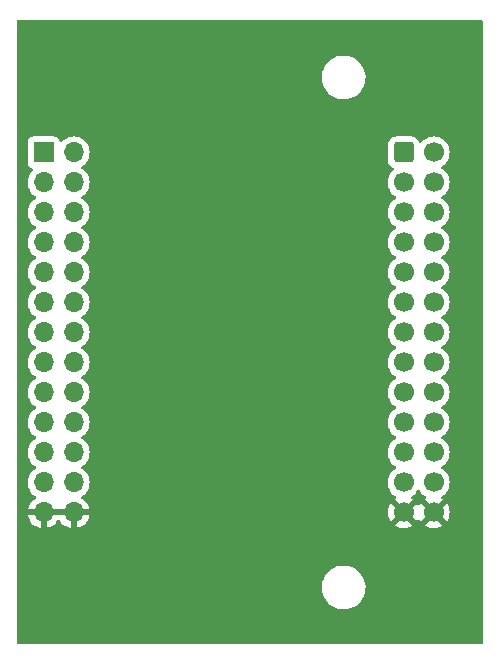
<source format=gbr>
%TF.GenerationSoftware,KiCad,Pcbnew,7.0.2-0*%
%TF.CreationDate,2023-06-06T17:10:40+02:00*%
%TF.ProjectId,SCAN2000_driver,5343414e-3230-4303-905f-647269766572,1.0*%
%TF.SameCoordinates,Original*%
%TF.FileFunction,Copper,L2,Bot*%
%TF.FilePolarity,Positive*%
%FSLAX46Y46*%
G04 Gerber Fmt 4.6, Leading zero omitted, Abs format (unit mm)*
G04 Created by KiCad (PCBNEW 7.0.2-0) date 2023-06-06 17:10:40*
%MOMM*%
%LPD*%
G01*
G04 APERTURE LIST*
G04 Aperture macros list*
%AMRoundRect*
0 Rectangle with rounded corners*
0 $1 Rounding radius*
0 $2 $3 $4 $5 $6 $7 $8 $9 X,Y pos of 4 corners*
0 Add a 4 corners polygon primitive as box body*
4,1,4,$2,$3,$4,$5,$6,$7,$8,$9,$2,$3,0*
0 Add four circle primitives for the rounded corners*
1,1,$1+$1,$2,$3*
1,1,$1+$1,$4,$5*
1,1,$1+$1,$6,$7*
1,1,$1+$1,$8,$9*
0 Add four rect primitives between the rounded corners*
20,1,$1+$1,$2,$3,$4,$5,0*
20,1,$1+$1,$4,$5,$6,$7,0*
20,1,$1+$1,$6,$7,$8,$9,0*
20,1,$1+$1,$8,$9,$2,$3,0*%
G04 Aperture macros list end*
%TA.AperFunction,ComponentPad*%
%ADD10RoundRect,0.250000X-0.600000X-0.600000X0.600000X-0.600000X0.600000X0.600000X-0.600000X0.600000X0*%
%TD*%
%TA.AperFunction,ComponentPad*%
%ADD11C,1.700000*%
%TD*%
%TA.AperFunction,ComponentPad*%
%ADD12R,1.700000X1.700000*%
%TD*%
%TA.AperFunction,ComponentPad*%
%ADD13O,1.700000X1.700000*%
%TD*%
%TA.AperFunction,ViaPad*%
%ADD14C,0.800000*%
%TD*%
G04 APERTURE END LIST*
D10*
%TO.P,J1,1,Pin_1*%
%TO.N,Net-(J1-Pin_1)*%
X109220000Y-54610000D03*
D11*
%TO.P,J1,2,Pin_2*%
%TO.N,Net-(J1-Pin_2)*%
X111760000Y-54610000D03*
%TO.P,J1,3,Pin_3*%
%TO.N,Net-(J1-Pin_3)*%
X109220000Y-57150000D03*
%TO.P,J1,4,Pin_4*%
%TO.N,Net-(J1-Pin_4)*%
X111760000Y-57150000D03*
%TO.P,J1,5,Pin_5*%
%TO.N,Net-(J1-Pin_5)*%
X109220000Y-59690000D03*
%TO.P,J1,6,Pin_6*%
%TO.N,Net-(J1-Pin_6)*%
X111760000Y-59690000D03*
%TO.P,J1,7,Pin_7*%
%TO.N,Net-(J1-Pin_7)*%
X109220000Y-62230000D03*
%TO.P,J1,8,Pin_8*%
%TO.N,Net-(J1-Pin_8)*%
X111760000Y-62230000D03*
%TO.P,J1,9,Pin_9*%
%TO.N,Net-(J1-Pin_9)*%
X109220000Y-64770000D03*
%TO.P,J1,10,Pin_10*%
%TO.N,Net-(J1-Pin_10)*%
X111760000Y-64770000D03*
%TO.P,J1,11,Pin_11*%
%TO.N,Net-(J1-Pin_11)*%
X109220000Y-67310000D03*
%TO.P,J1,12,Pin_12*%
%TO.N,Net-(J1-Pin_12)*%
X111760000Y-67310000D03*
%TO.P,J1,13,Pin_13*%
%TO.N,Net-(J1-Pin_13)*%
X109220000Y-69850000D03*
%TO.P,J1,14,Pin_14*%
%TO.N,Net-(J1-Pin_14)*%
X111760000Y-69850000D03*
%TO.P,J1,15,Pin_15*%
%TO.N,Net-(J1-Pin_15)*%
X109220000Y-72390000D03*
%TO.P,J1,16,Pin_16*%
%TO.N,Net-(J1-Pin_16)*%
X111760000Y-72390000D03*
%TO.P,J1,17,Pin_17*%
%TO.N,Net-(J1-Pin_17)*%
X109220000Y-74930000D03*
%TO.P,J1,18,Pin_18*%
%TO.N,Net-(J1-Pin_18)*%
X111760000Y-74930000D03*
%TO.P,J1,19,Pin_19*%
%TO.N,Net-(J1-Pin_19)*%
X109220000Y-77470000D03*
%TO.P,J1,20,Pin_20*%
%TO.N,Net-(J1-Pin_20)*%
X111760000Y-77470000D03*
%TO.P,J1,21,Pin_21*%
%TO.N,Net-(J1-Pin_21)*%
X109220000Y-80010000D03*
%TO.P,J1,22,Pin_22*%
%TO.N,Net-(J1-Pin_22)*%
X111760000Y-80010000D03*
%TO.P,J1,23,Pin_23*%
%TO.N,+3.3V*%
X109220000Y-82550000D03*
%TO.P,J1,24,Pin_24*%
X111760000Y-82550000D03*
%TO.P,J1,25,Pin_25*%
%TO.N,GND*%
X109220000Y-85090000D03*
%TO.P,J1,26,Pin_26*%
X111760000Y-85090000D03*
%TD*%
D12*
%TO.P,J2,1,Pin_1*%
%TO.N,Net-(J2-Pin_1)*%
X78740000Y-54610000D03*
D13*
%TO.P,J2,2,Pin_2*%
%TO.N,Net-(J2-Pin_2)*%
X81280000Y-54610000D03*
%TO.P,J2,3,Pin_3*%
%TO.N,Net-(J2-Pin_3)*%
X78740000Y-57150000D03*
%TO.P,J2,4,Pin_4*%
%TO.N,Net-(J2-Pin_4)*%
X81280000Y-57150000D03*
%TO.P,J2,5,Pin_5*%
%TO.N,Net-(J2-Pin_5)*%
X78740000Y-59690000D03*
%TO.P,J2,6,Pin_6*%
%TO.N,Net-(J2-Pin_6)*%
X81280000Y-59690000D03*
%TO.P,J2,7,Pin_7*%
%TO.N,Net-(J2-Pin_7)*%
X78740000Y-62230000D03*
%TO.P,J2,8,Pin_8*%
%TO.N,Net-(J2-Pin_8)*%
X81280000Y-62230000D03*
%TO.P,J2,9,Pin_9*%
%TO.N,Net-(J2-Pin_9)*%
X78740000Y-64770000D03*
%TO.P,J2,10,Pin_10*%
%TO.N,Net-(J2-Pin_10)*%
X81280000Y-64770000D03*
%TO.P,J2,11,Pin_11*%
%TO.N,Net-(J2-Pin_11)*%
X78740000Y-67310000D03*
%TO.P,J2,12,Pin_12*%
%TO.N,Net-(J2-Pin_12)*%
X81280000Y-67310000D03*
%TO.P,J2,13,Pin_13*%
%TO.N,Net-(J2-Pin_13)*%
X78740000Y-69850000D03*
%TO.P,J2,14,Pin_14*%
%TO.N,Net-(J2-Pin_14)*%
X81280000Y-69850000D03*
%TO.P,J2,15,Pin_15*%
%TO.N,Net-(J2-Pin_15)*%
X78740000Y-72390000D03*
%TO.P,J2,16,Pin_16*%
%TO.N,Net-(J2-Pin_16)*%
X81280000Y-72390000D03*
%TO.P,J2,17,Pin_17*%
%TO.N,Net-(J2-Pin_17)*%
X78740000Y-74930000D03*
%TO.P,J2,18,Pin_18*%
%TO.N,Net-(J2-Pin_18)*%
X81280000Y-74930000D03*
%TO.P,J2,19,Pin_19*%
%TO.N,Net-(J2-Pin_19)*%
X78740000Y-77470000D03*
%TO.P,J2,20,Pin_20*%
%TO.N,Net-(J2-Pin_20)*%
X81280000Y-77470000D03*
%TO.P,J2,21,Pin_21*%
%TO.N,Net-(J2-Pin_21)*%
X78740000Y-80010000D03*
%TO.P,J2,22,Pin_22*%
%TO.N,Net-(J2-Pin_22)*%
X81280000Y-80010000D03*
%TO.P,J2,23,Pin_23*%
%TO.N,Net-(J2-Pin_23)*%
X78740000Y-82550000D03*
%TO.P,J2,24,Pin_24*%
X81280000Y-82550000D03*
%TO.P,J2,25,Pin_25*%
%TO.N,GND*%
X78740000Y-85090000D03*
%TO.P,J2,26,Pin_26*%
X81280000Y-85090000D03*
%TD*%
D14*
%TO.N,GND*%
X103998286Y-79205431D03*
X99187000Y-77216000D03*
X100571878Y-55130122D03*
X100711000Y-79502000D03*
X99314000Y-61214000D03*
X100584000Y-70612000D03*
X100457000Y-62230000D03*
X99187000Y-76200000D03*
X99314000Y-59944000D03*
%TD*%
%TA.AperFunction,Conductor*%
%TO.N,GND*%
G36*
X110574854Y-83216545D02*
G01*
X110591572Y-83235838D01*
X110721505Y-83421401D01*
X110888599Y-83588495D01*
X111074596Y-83718732D01*
X111118219Y-83773307D01*
X111125412Y-83842806D01*
X111093890Y-83905160D01*
X111074594Y-83921881D01*
X110998626Y-83975073D01*
X111627466Y-84603913D01*
X111617685Y-84605320D01*
X111486900Y-84665048D01*
X111378239Y-84759202D01*
X111300507Y-84880156D01*
X111276923Y-84960475D01*
X110645073Y-84328625D01*
X110645071Y-84328626D01*
X110591574Y-84405030D01*
X110536998Y-84448655D01*
X110467499Y-84455849D01*
X110405144Y-84424326D01*
X110388424Y-84405030D01*
X110334925Y-84328626D01*
X110334925Y-84328625D01*
X109703076Y-84960475D01*
X109679493Y-84880156D01*
X109601761Y-84759202D01*
X109493100Y-84665048D01*
X109362315Y-84605320D01*
X109352533Y-84603913D01*
X109981373Y-83975073D01*
X109981373Y-83975072D01*
X109905405Y-83921880D01*
X109861780Y-83867304D01*
X109854586Y-83797805D01*
X109886108Y-83735451D01*
X109905399Y-83718734D01*
X110091401Y-83588495D01*
X110258495Y-83421401D01*
X110388427Y-83235838D01*
X110443001Y-83192216D01*
X110512499Y-83185022D01*
X110574854Y-83216545D01*
G37*
%TD.AperFunction*%
%TA.AperFunction,Conductor*%
G36*
X80820507Y-84880156D02*
G01*
X80780000Y-85018111D01*
X80780000Y-85161889D01*
X80820507Y-85299844D01*
X80846314Y-85340000D01*
X79173686Y-85340000D01*
X79199493Y-85299844D01*
X79240000Y-85161889D01*
X79240000Y-85018111D01*
X79199493Y-84880156D01*
X79173686Y-84840000D01*
X80846314Y-84840000D01*
X80820507Y-84880156D01*
G37*
%TD.AperFunction*%
%TA.AperFunction,Conductor*%
G36*
X115897539Y-43450185D02*
G01*
X115943294Y-43502989D01*
X115954500Y-43554500D01*
X115954500Y-96145500D01*
X115934815Y-96212539D01*
X115882011Y-96258294D01*
X115830500Y-96269500D01*
X76574500Y-96269500D01*
X76507461Y-96249815D01*
X76461706Y-96197011D01*
X76450500Y-96145500D01*
X76450500Y-91507764D01*
X102285787Y-91507764D01*
X102315413Y-91777016D01*
X102383928Y-92039087D01*
X102489871Y-92288392D01*
X102630982Y-92519611D01*
X102720253Y-92626881D01*
X102804255Y-92727820D01*
X103005998Y-92908582D01*
X103231910Y-93058044D01*
X103338211Y-93107876D01*
X103477177Y-93173021D01*
X103736562Y-93251058D01*
X103736569Y-93251060D01*
X104004561Y-93290500D01*
X104004564Y-93290500D01*
X104205369Y-93290500D01*
X104207631Y-93290500D01*
X104410156Y-93275677D01*
X104674553Y-93216780D01*
X104927558Y-93120014D01*
X105163777Y-92987441D01*
X105378177Y-92821888D01*
X105566186Y-92626881D01*
X105723799Y-92406579D01*
X105847656Y-92165675D01*
X105935118Y-91909305D01*
X105984319Y-91642933D01*
X105994212Y-91372235D01*
X105964586Y-91102982D01*
X105896072Y-90840912D01*
X105790130Y-90591610D01*
X105649018Y-90360390D01*
X105649017Y-90360388D01*
X105475746Y-90152181D01*
X105370759Y-90058112D01*
X105274002Y-89971418D01*
X105048090Y-89821956D01*
X105048086Y-89821954D01*
X104802822Y-89706978D01*
X104543437Y-89628941D01*
X104543431Y-89628940D01*
X104275439Y-89589500D01*
X104072369Y-89589500D01*
X104070120Y-89589664D01*
X104070109Y-89589665D01*
X103869843Y-89604322D01*
X103605449Y-89663219D01*
X103352441Y-89759986D01*
X103116223Y-89892559D01*
X102901825Y-90058109D01*
X102713813Y-90253120D01*
X102556201Y-90473420D01*
X102432342Y-90714329D01*
X102344881Y-90970695D01*
X102295680Y-91237066D01*
X102285787Y-91507764D01*
X76450500Y-91507764D01*
X76450500Y-82549999D01*
X77384340Y-82549999D01*
X77404936Y-82785407D01*
X77449709Y-82952501D01*
X77466097Y-83013663D01*
X77565965Y-83227830D01*
X77701505Y-83421401D01*
X77868599Y-83588495D01*
X78054596Y-83718732D01*
X78098219Y-83773307D01*
X78105412Y-83842806D01*
X78073890Y-83905160D01*
X78054595Y-83921880D01*
X77868919Y-84051892D01*
X77701890Y-84218921D01*
X77566400Y-84412421D01*
X77466569Y-84626507D01*
X77409364Y-84839999D01*
X77409364Y-84840000D01*
X78306314Y-84840000D01*
X78280507Y-84880156D01*
X78240000Y-85018111D01*
X78240000Y-85161889D01*
X78280507Y-85299844D01*
X78306314Y-85340000D01*
X77409364Y-85340000D01*
X77466569Y-85553492D01*
X77566399Y-85767576D01*
X77701893Y-85961081D01*
X77868918Y-86128106D01*
X78062423Y-86263600D01*
X78276509Y-86363430D01*
X78490000Y-86420634D01*
X78490000Y-85525501D01*
X78597685Y-85574680D01*
X78704237Y-85590000D01*
X78775763Y-85590000D01*
X78882315Y-85574680D01*
X78990000Y-85525501D01*
X78990000Y-86420633D01*
X79203490Y-86363430D01*
X79417576Y-86263600D01*
X79611081Y-86128106D01*
X79778106Y-85961081D01*
X79908425Y-85774968D01*
X79963002Y-85731344D01*
X80032501Y-85724151D01*
X80094855Y-85755673D01*
X80111575Y-85774968D01*
X80241893Y-85961081D01*
X80408918Y-86128106D01*
X80602423Y-86263600D01*
X80816509Y-86363430D01*
X81030000Y-86420634D01*
X81030000Y-85525501D01*
X81137685Y-85574680D01*
X81244237Y-85590000D01*
X81315763Y-85590000D01*
X81422315Y-85574680D01*
X81530000Y-85525501D01*
X81530000Y-86420633D01*
X81743490Y-86363430D01*
X81957576Y-86263600D01*
X82151081Y-86128106D01*
X82318106Y-85961081D01*
X82453600Y-85767576D01*
X82553430Y-85553492D01*
X82610636Y-85340000D01*
X81713686Y-85340000D01*
X81739493Y-85299844D01*
X81780000Y-85161889D01*
X81780000Y-85018111D01*
X81739493Y-84880156D01*
X81713686Y-84840000D01*
X82610636Y-84840000D01*
X82610635Y-84839999D01*
X82553430Y-84626507D01*
X82453599Y-84412421D01*
X82318109Y-84218921D01*
X82151081Y-84051893D01*
X81965404Y-83921880D01*
X81921780Y-83867303D01*
X81914587Y-83797804D01*
X81946109Y-83735450D01*
X81965399Y-83718734D01*
X82151401Y-83588495D01*
X82318495Y-83421401D01*
X82454035Y-83227830D01*
X82553903Y-83013663D01*
X82615063Y-82785408D01*
X82635659Y-82550000D01*
X107864340Y-82550000D01*
X107884936Y-82785407D01*
X107929709Y-82952501D01*
X107946097Y-83013663D01*
X108045965Y-83227830D01*
X108181505Y-83421401D01*
X108348599Y-83588495D01*
X108534596Y-83718732D01*
X108578219Y-83773307D01*
X108585412Y-83842806D01*
X108553890Y-83905160D01*
X108534594Y-83921881D01*
X108458626Y-83975073D01*
X109087466Y-84603913D01*
X109077685Y-84605320D01*
X108946900Y-84665048D01*
X108838239Y-84759202D01*
X108760507Y-84880156D01*
X108736923Y-84960476D01*
X108105072Y-84328625D01*
X108046399Y-84412422D01*
X107946569Y-84626507D01*
X107885430Y-84854681D01*
X107864842Y-85090000D01*
X107885430Y-85325318D01*
X107946569Y-85553492D01*
X108046400Y-85767580D01*
X108105073Y-85851373D01*
X108736923Y-85219523D01*
X108760507Y-85299844D01*
X108838239Y-85420798D01*
X108946900Y-85514952D01*
X109077685Y-85574680D01*
X109087466Y-85576086D01*
X108458625Y-86204925D01*
X108542420Y-86263599D01*
X108756507Y-86363430D01*
X108984681Y-86424569D01*
X109219999Y-86445157D01*
X109455318Y-86424569D01*
X109683492Y-86363430D01*
X109897576Y-86263600D01*
X109981373Y-86204925D01*
X109352533Y-85576086D01*
X109362315Y-85574680D01*
X109493100Y-85514952D01*
X109601761Y-85420798D01*
X109679493Y-85299844D01*
X109703076Y-85219524D01*
X110334925Y-85851373D01*
X110388424Y-85774969D01*
X110443001Y-85731344D01*
X110512499Y-85724150D01*
X110574854Y-85755673D01*
X110591574Y-85774969D01*
X110645072Y-85851373D01*
X110645073Y-85851373D01*
X111276923Y-85219523D01*
X111300507Y-85299844D01*
X111378239Y-85420798D01*
X111486900Y-85514952D01*
X111617685Y-85574680D01*
X111627466Y-85576086D01*
X110998625Y-86204925D01*
X111082420Y-86263599D01*
X111296507Y-86363430D01*
X111524681Y-86424569D01*
X111760000Y-86445157D01*
X111995318Y-86424569D01*
X112223492Y-86363430D01*
X112437576Y-86263600D01*
X112521373Y-86204925D01*
X111892533Y-85576086D01*
X111902315Y-85574680D01*
X112033100Y-85514952D01*
X112141761Y-85420798D01*
X112219493Y-85299844D01*
X112243076Y-85219524D01*
X112874925Y-85851373D01*
X112933600Y-85767576D01*
X113033430Y-85553492D01*
X113094569Y-85325318D01*
X113115157Y-85090000D01*
X113094569Y-84854681D01*
X113033430Y-84626507D01*
X112933599Y-84412421D01*
X112874926Y-84328626D01*
X112874925Y-84328625D01*
X112243076Y-84960474D01*
X112219493Y-84880156D01*
X112141761Y-84759202D01*
X112033100Y-84665048D01*
X111902315Y-84605320D01*
X111892533Y-84603913D01*
X112521373Y-83975073D01*
X112521373Y-83975072D01*
X112445405Y-83921880D01*
X112401780Y-83867304D01*
X112394586Y-83797805D01*
X112426108Y-83735451D01*
X112445399Y-83718734D01*
X112631401Y-83588495D01*
X112798495Y-83421401D01*
X112934035Y-83227830D01*
X113033903Y-83013663D01*
X113095063Y-82785408D01*
X113115659Y-82550000D01*
X113095063Y-82314592D01*
X113033903Y-82086337D01*
X112934035Y-81872171D01*
X112798495Y-81678599D01*
X112631401Y-81511505D01*
X112445839Y-81381573D01*
X112402216Y-81326998D01*
X112395022Y-81257500D01*
X112426545Y-81195145D01*
X112445837Y-81178428D01*
X112631401Y-81048495D01*
X112798495Y-80881401D01*
X112934035Y-80687830D01*
X113033903Y-80473663D01*
X113095063Y-80245408D01*
X113115659Y-80010000D01*
X113095063Y-79774592D01*
X113033903Y-79546337D01*
X112934035Y-79332171D01*
X112798495Y-79138599D01*
X112631401Y-78971505D01*
X112445839Y-78841573D01*
X112402216Y-78786998D01*
X112395022Y-78717500D01*
X112426545Y-78655145D01*
X112445837Y-78638428D01*
X112631401Y-78508495D01*
X112798495Y-78341401D01*
X112934035Y-78147830D01*
X113033903Y-77933663D01*
X113095063Y-77705408D01*
X113115659Y-77470000D01*
X113095063Y-77234592D01*
X113033903Y-77006337D01*
X112934035Y-76792171D01*
X112798495Y-76598599D01*
X112631401Y-76431505D01*
X112445839Y-76301573D01*
X112402216Y-76246998D01*
X112395022Y-76177500D01*
X112426545Y-76115145D01*
X112445837Y-76098428D01*
X112631401Y-75968495D01*
X112798495Y-75801401D01*
X112934035Y-75607830D01*
X113033903Y-75393663D01*
X113095063Y-75165408D01*
X113115659Y-74930000D01*
X113095063Y-74694592D01*
X113033903Y-74466337D01*
X112934035Y-74252171D01*
X112798495Y-74058599D01*
X112631401Y-73891505D01*
X112445839Y-73761573D01*
X112402216Y-73706998D01*
X112395022Y-73637500D01*
X112426545Y-73575145D01*
X112445837Y-73558428D01*
X112631401Y-73428495D01*
X112798495Y-73261401D01*
X112934035Y-73067830D01*
X113033903Y-72853663D01*
X113095063Y-72625408D01*
X113115659Y-72390000D01*
X113095063Y-72154592D01*
X113033903Y-71926337D01*
X112934035Y-71712171D01*
X112798495Y-71518599D01*
X112631401Y-71351505D01*
X112445839Y-71221573D01*
X112402216Y-71166998D01*
X112395022Y-71097500D01*
X112426545Y-71035145D01*
X112445837Y-71018428D01*
X112631401Y-70888495D01*
X112798495Y-70721401D01*
X112934035Y-70527830D01*
X113033903Y-70313663D01*
X113095063Y-70085408D01*
X113115659Y-69850000D01*
X113095063Y-69614592D01*
X113033903Y-69386337D01*
X112934035Y-69172171D01*
X112798495Y-68978599D01*
X112631401Y-68811505D01*
X112445839Y-68681573D01*
X112402216Y-68626998D01*
X112395022Y-68557500D01*
X112426545Y-68495145D01*
X112445837Y-68478428D01*
X112631401Y-68348495D01*
X112798495Y-68181401D01*
X112934035Y-67987830D01*
X113033903Y-67773663D01*
X113095063Y-67545408D01*
X113115659Y-67310000D01*
X113095063Y-67074592D01*
X113033903Y-66846337D01*
X112934035Y-66632171D01*
X112798495Y-66438599D01*
X112631401Y-66271505D01*
X112445839Y-66141573D01*
X112402216Y-66086998D01*
X112395022Y-66017500D01*
X112426545Y-65955145D01*
X112445837Y-65938428D01*
X112631401Y-65808495D01*
X112798495Y-65641401D01*
X112934035Y-65447830D01*
X113033903Y-65233663D01*
X113095063Y-65005408D01*
X113115659Y-64770000D01*
X113095063Y-64534592D01*
X113033903Y-64306337D01*
X112934035Y-64092171D01*
X112798495Y-63898599D01*
X112631401Y-63731505D01*
X112445839Y-63601573D01*
X112402216Y-63546998D01*
X112395022Y-63477500D01*
X112426545Y-63415145D01*
X112445837Y-63398428D01*
X112631401Y-63268495D01*
X112798495Y-63101401D01*
X112934035Y-62907830D01*
X113033903Y-62693663D01*
X113095063Y-62465408D01*
X113115659Y-62230000D01*
X113095063Y-61994592D01*
X113033903Y-61766337D01*
X112934035Y-61552171D01*
X112798495Y-61358599D01*
X112631401Y-61191505D01*
X112445839Y-61061573D01*
X112402216Y-61006998D01*
X112395022Y-60937500D01*
X112426545Y-60875145D01*
X112445837Y-60858428D01*
X112631401Y-60728495D01*
X112798495Y-60561401D01*
X112934035Y-60367830D01*
X113033903Y-60153663D01*
X113095063Y-59925408D01*
X113115659Y-59690000D01*
X113095063Y-59454592D01*
X113033903Y-59226337D01*
X112934035Y-59012171D01*
X112798495Y-58818599D01*
X112631401Y-58651505D01*
X112445839Y-58521573D01*
X112402217Y-58466998D01*
X112395024Y-58397499D01*
X112426546Y-58335145D01*
X112445837Y-58318428D01*
X112631401Y-58188495D01*
X112798495Y-58021401D01*
X112934035Y-57827830D01*
X113033903Y-57613663D01*
X113095063Y-57385408D01*
X113115659Y-57150000D01*
X113095063Y-56914592D01*
X113033903Y-56686337D01*
X112934035Y-56472171D01*
X112798495Y-56278599D01*
X112631401Y-56111505D01*
X112445839Y-55981573D01*
X112402216Y-55926998D01*
X112395022Y-55857500D01*
X112426545Y-55795145D01*
X112445837Y-55778428D01*
X112631401Y-55648495D01*
X112798495Y-55481401D01*
X112934035Y-55287830D01*
X113033903Y-55073663D01*
X113095063Y-54845408D01*
X113115659Y-54610000D01*
X113095063Y-54374592D01*
X113033903Y-54146337D01*
X112934035Y-53932171D01*
X112798495Y-53738599D01*
X112631401Y-53571505D01*
X112437830Y-53435965D01*
X112223663Y-53336097D01*
X112162502Y-53319709D01*
X111995407Y-53274936D01*
X111759999Y-53254340D01*
X111524592Y-53274936D01*
X111296336Y-53336097D01*
X111082170Y-53435965D01*
X110888598Y-53571505D01*
X110713834Y-53746270D01*
X110711128Y-53743564D01*
X110672151Y-53774671D01*
X110602647Y-53781809D01*
X110540317Y-53750237D01*
X110507539Y-53698890D01*
X110504814Y-53690666D01*
X110412712Y-53541344D01*
X110412711Y-53541342D01*
X110288657Y-53417288D01*
X110139334Y-53325186D01*
X109972797Y-53270000D01*
X109873141Y-53259819D01*
X109873122Y-53259818D01*
X109870009Y-53259500D01*
X109866860Y-53259500D01*
X108573140Y-53259500D01*
X108573120Y-53259500D01*
X108569992Y-53259501D01*
X108566860Y-53259820D01*
X108566858Y-53259821D01*
X108467203Y-53270000D01*
X108300665Y-53325186D01*
X108151342Y-53417288D01*
X108027288Y-53541342D01*
X107935186Y-53690665D01*
X107880000Y-53857202D01*
X107869819Y-53956858D01*
X107869817Y-53956878D01*
X107869500Y-53959991D01*
X107869500Y-53963138D01*
X107869500Y-53963139D01*
X107869500Y-55256859D01*
X107869500Y-55256878D01*
X107869501Y-55260008D01*
X107869820Y-55263140D01*
X107869821Y-55263141D01*
X107880000Y-55362796D01*
X107935186Y-55529334D01*
X108027288Y-55678657D01*
X108151342Y-55802711D01*
X108151344Y-55802712D01*
X108300666Y-55894814D01*
X108308890Y-55897539D01*
X108366332Y-55937309D01*
X108393157Y-56001824D01*
X108380843Y-56070600D01*
X108354095Y-56101659D01*
X108356270Y-56103834D01*
X108181505Y-56278598D01*
X108045965Y-56472170D01*
X107946097Y-56686336D01*
X107884936Y-56914592D01*
X107864340Y-57150000D01*
X107884936Y-57385407D01*
X107929709Y-57552502D01*
X107946097Y-57613663D01*
X108045965Y-57827830D01*
X108181505Y-58021401D01*
X108348599Y-58188495D01*
X108534160Y-58318426D01*
X108577783Y-58373002D01*
X108584976Y-58442501D01*
X108553454Y-58504855D01*
X108534159Y-58521575D01*
X108348595Y-58651508D01*
X108181505Y-58818598D01*
X108045965Y-59012170D01*
X107946097Y-59226336D01*
X107884936Y-59454592D01*
X107864340Y-59690000D01*
X107884936Y-59925407D01*
X107929709Y-60092502D01*
X107946097Y-60153663D01*
X108045965Y-60367830D01*
X108181505Y-60561401D01*
X108348599Y-60728495D01*
X108534160Y-60858426D01*
X108577783Y-60913002D01*
X108584976Y-60982501D01*
X108553454Y-61044855D01*
X108534159Y-61061575D01*
X108348595Y-61191508D01*
X108181505Y-61358598D01*
X108045965Y-61552170D01*
X107946097Y-61766336D01*
X107884936Y-61994592D01*
X107864340Y-62230000D01*
X107884936Y-62465407D01*
X107929709Y-62632501D01*
X107946097Y-62693663D01*
X108045965Y-62907830D01*
X108181505Y-63101401D01*
X108348599Y-63268495D01*
X108534160Y-63398426D01*
X108577783Y-63453002D01*
X108584976Y-63522501D01*
X108553454Y-63584855D01*
X108534159Y-63601575D01*
X108348595Y-63731508D01*
X108181505Y-63898598D01*
X108045965Y-64092170D01*
X107946097Y-64306336D01*
X107884936Y-64534592D01*
X107864340Y-64769999D01*
X107884936Y-65005407D01*
X107929709Y-65172502D01*
X107946097Y-65233663D01*
X108045965Y-65447830D01*
X108181505Y-65641401D01*
X108348599Y-65808495D01*
X108534160Y-65938426D01*
X108577783Y-65993002D01*
X108584976Y-66062501D01*
X108553454Y-66124855D01*
X108534159Y-66141575D01*
X108348595Y-66271508D01*
X108181505Y-66438598D01*
X108045965Y-66632170D01*
X107946097Y-66846336D01*
X107884936Y-67074592D01*
X107864340Y-67309999D01*
X107884936Y-67545407D01*
X107929709Y-67712502D01*
X107946097Y-67773663D01*
X108045965Y-67987830D01*
X108181505Y-68181401D01*
X108348599Y-68348495D01*
X108534160Y-68478426D01*
X108577783Y-68533002D01*
X108584976Y-68602501D01*
X108553454Y-68664855D01*
X108534159Y-68681575D01*
X108348595Y-68811508D01*
X108181505Y-68978598D01*
X108045965Y-69172170D01*
X107946097Y-69386336D01*
X107884936Y-69614592D01*
X107864340Y-69850000D01*
X107884936Y-70085407D01*
X107929709Y-70252502D01*
X107946097Y-70313663D01*
X108045965Y-70527830D01*
X108181505Y-70721401D01*
X108348599Y-70888495D01*
X108534160Y-71018426D01*
X108577783Y-71073002D01*
X108584976Y-71142501D01*
X108553454Y-71204855D01*
X108534159Y-71221575D01*
X108348595Y-71351508D01*
X108181505Y-71518598D01*
X108045965Y-71712170D01*
X107946097Y-71926336D01*
X107884936Y-72154592D01*
X107864340Y-72390000D01*
X107884936Y-72625407D01*
X107929709Y-72792501D01*
X107946097Y-72853663D01*
X108045965Y-73067830D01*
X108181505Y-73261401D01*
X108348599Y-73428495D01*
X108534160Y-73558426D01*
X108577783Y-73613002D01*
X108584976Y-73682501D01*
X108553454Y-73744855D01*
X108534159Y-73761575D01*
X108348595Y-73891508D01*
X108181505Y-74058598D01*
X108045965Y-74252170D01*
X107946097Y-74466336D01*
X107884936Y-74694592D01*
X107864340Y-74930000D01*
X107884936Y-75165407D01*
X107929709Y-75332501D01*
X107946097Y-75393663D01*
X108045965Y-75607830D01*
X108181505Y-75801401D01*
X108348599Y-75968495D01*
X108534160Y-76098426D01*
X108577783Y-76153002D01*
X108584976Y-76222501D01*
X108553454Y-76284855D01*
X108534159Y-76301575D01*
X108348595Y-76431508D01*
X108181505Y-76598598D01*
X108045965Y-76792170D01*
X107946097Y-77006336D01*
X107884936Y-77234592D01*
X107864340Y-77469999D01*
X107884936Y-77705407D01*
X107929709Y-77872501D01*
X107946097Y-77933663D01*
X108045965Y-78147830D01*
X108181505Y-78341401D01*
X108348599Y-78508495D01*
X108534160Y-78638426D01*
X108577783Y-78693002D01*
X108584976Y-78762501D01*
X108553454Y-78824855D01*
X108534159Y-78841575D01*
X108348595Y-78971508D01*
X108181505Y-79138598D01*
X108045965Y-79332170D01*
X107946097Y-79546336D01*
X107884936Y-79774592D01*
X107864340Y-80009999D01*
X107884936Y-80245407D01*
X107929709Y-80412502D01*
X107946097Y-80473663D01*
X108045965Y-80687830D01*
X108181505Y-80881401D01*
X108348599Y-81048495D01*
X108534160Y-81178426D01*
X108577783Y-81233002D01*
X108584976Y-81302501D01*
X108553454Y-81364855D01*
X108534159Y-81381575D01*
X108348595Y-81511508D01*
X108181505Y-81678598D01*
X108045965Y-81872170D01*
X107946097Y-82086336D01*
X107884936Y-82314592D01*
X107864340Y-82550000D01*
X82635659Y-82550000D01*
X82615063Y-82314592D01*
X82553903Y-82086337D01*
X82454035Y-81872171D01*
X82318495Y-81678599D01*
X82151401Y-81511505D01*
X81965839Y-81381573D01*
X81922216Y-81326998D01*
X81915022Y-81257500D01*
X81946545Y-81195145D01*
X81965837Y-81178428D01*
X82151401Y-81048495D01*
X82318495Y-80881401D01*
X82454035Y-80687830D01*
X82553903Y-80473663D01*
X82615063Y-80245408D01*
X82635659Y-80010000D01*
X82615063Y-79774592D01*
X82553903Y-79546337D01*
X82454035Y-79332171D01*
X82318495Y-79138599D01*
X82151401Y-78971505D01*
X81965839Y-78841573D01*
X81922216Y-78786998D01*
X81915022Y-78717500D01*
X81946545Y-78655145D01*
X81965837Y-78638428D01*
X82151401Y-78508495D01*
X82318495Y-78341401D01*
X82454035Y-78147830D01*
X82553903Y-77933663D01*
X82615063Y-77705408D01*
X82635659Y-77470000D01*
X82615063Y-77234592D01*
X82553903Y-77006337D01*
X82454035Y-76792171D01*
X82318495Y-76598599D01*
X82151401Y-76431505D01*
X81965839Y-76301573D01*
X81922216Y-76246998D01*
X81915022Y-76177500D01*
X81946545Y-76115145D01*
X81965837Y-76098428D01*
X82151401Y-75968495D01*
X82318495Y-75801401D01*
X82454035Y-75607830D01*
X82553903Y-75393663D01*
X82615063Y-75165408D01*
X82635659Y-74930000D01*
X82615063Y-74694592D01*
X82553903Y-74466337D01*
X82454035Y-74252171D01*
X82318495Y-74058599D01*
X82151401Y-73891505D01*
X81965839Y-73761573D01*
X81922216Y-73706998D01*
X81915022Y-73637500D01*
X81946545Y-73575145D01*
X81965837Y-73558428D01*
X82151401Y-73428495D01*
X82318495Y-73261401D01*
X82454035Y-73067830D01*
X82553903Y-72853663D01*
X82615063Y-72625408D01*
X82635659Y-72390000D01*
X82615063Y-72154592D01*
X82553903Y-71926337D01*
X82454035Y-71712171D01*
X82318495Y-71518599D01*
X82151401Y-71351505D01*
X81965839Y-71221573D01*
X81922216Y-71166998D01*
X81915022Y-71097500D01*
X81946545Y-71035145D01*
X81965837Y-71018428D01*
X82151401Y-70888495D01*
X82318495Y-70721401D01*
X82454035Y-70527830D01*
X82553903Y-70313663D01*
X82615063Y-70085408D01*
X82635659Y-69850000D01*
X82615063Y-69614592D01*
X82553903Y-69386337D01*
X82454035Y-69172171D01*
X82318495Y-68978599D01*
X82151401Y-68811505D01*
X81965839Y-68681573D01*
X81922216Y-68626998D01*
X81915022Y-68557500D01*
X81946545Y-68495145D01*
X81965837Y-68478428D01*
X82151401Y-68348495D01*
X82318495Y-68181401D01*
X82454035Y-67987830D01*
X82553903Y-67773663D01*
X82615063Y-67545408D01*
X82635659Y-67310000D01*
X82615063Y-67074592D01*
X82553903Y-66846337D01*
X82454035Y-66632171D01*
X82318495Y-66438599D01*
X82151401Y-66271505D01*
X81965839Y-66141573D01*
X81922216Y-66086998D01*
X81915022Y-66017500D01*
X81946545Y-65955145D01*
X81965837Y-65938428D01*
X82151401Y-65808495D01*
X82318495Y-65641401D01*
X82454035Y-65447830D01*
X82553903Y-65233663D01*
X82615063Y-65005408D01*
X82635659Y-64770000D01*
X82615063Y-64534592D01*
X82553903Y-64306337D01*
X82454035Y-64092171D01*
X82318495Y-63898599D01*
X82151401Y-63731505D01*
X81965839Y-63601573D01*
X81922216Y-63546998D01*
X81915022Y-63477500D01*
X81946545Y-63415145D01*
X81965837Y-63398428D01*
X82151401Y-63268495D01*
X82318495Y-63101401D01*
X82454035Y-62907830D01*
X82553903Y-62693663D01*
X82615063Y-62465408D01*
X82635659Y-62230000D01*
X82615063Y-61994592D01*
X82553903Y-61766337D01*
X82454035Y-61552171D01*
X82318495Y-61358599D01*
X82151401Y-61191505D01*
X81965839Y-61061573D01*
X81922216Y-61006998D01*
X81915022Y-60937500D01*
X81946545Y-60875145D01*
X81965837Y-60858428D01*
X82151401Y-60728495D01*
X82318495Y-60561401D01*
X82454035Y-60367830D01*
X82553903Y-60153663D01*
X82615063Y-59925408D01*
X82635659Y-59690000D01*
X82615063Y-59454592D01*
X82553903Y-59226337D01*
X82454035Y-59012171D01*
X82318495Y-58818599D01*
X82151401Y-58651505D01*
X81965839Y-58521573D01*
X81922217Y-58466998D01*
X81915024Y-58397499D01*
X81946546Y-58335145D01*
X81965837Y-58318428D01*
X82151401Y-58188495D01*
X82318495Y-58021401D01*
X82454035Y-57827830D01*
X82553903Y-57613663D01*
X82615063Y-57385408D01*
X82635659Y-57150000D01*
X82615063Y-56914592D01*
X82553903Y-56686337D01*
X82454035Y-56472171D01*
X82318495Y-56278599D01*
X82151401Y-56111505D01*
X81965839Y-55981573D01*
X81922216Y-55926998D01*
X81915022Y-55857500D01*
X81946545Y-55795145D01*
X81965837Y-55778428D01*
X82151401Y-55648495D01*
X82318495Y-55481401D01*
X82454035Y-55287830D01*
X82553903Y-55073663D01*
X82615063Y-54845408D01*
X82635659Y-54610000D01*
X82615063Y-54374592D01*
X82553903Y-54146337D01*
X82454035Y-53932171D01*
X82318495Y-53738599D01*
X82151401Y-53571505D01*
X81957830Y-53435965D01*
X81743663Y-53336097D01*
X81682501Y-53319709D01*
X81515407Y-53274936D01*
X81280000Y-53254340D01*
X81044592Y-53274936D01*
X80816336Y-53336097D01*
X80602170Y-53435965D01*
X80408601Y-53571503D01*
X80286673Y-53693431D01*
X80225350Y-53726915D01*
X80155658Y-53721931D01*
X80099725Y-53680059D01*
X80082810Y-53649082D01*
X80075658Y-53629907D01*
X80033796Y-53517669D01*
X79947546Y-53402454D01*
X79832331Y-53316204D01*
X79697483Y-53265909D01*
X79637873Y-53259500D01*
X79634550Y-53259500D01*
X77845439Y-53259500D01*
X77845420Y-53259500D01*
X77842128Y-53259501D01*
X77838848Y-53259853D01*
X77838840Y-53259854D01*
X77782515Y-53265909D01*
X77647669Y-53316204D01*
X77532454Y-53402454D01*
X77446204Y-53517668D01*
X77395909Y-53652516D01*
X77390924Y-53698887D01*
X77389500Y-53712127D01*
X77389500Y-53715448D01*
X77389500Y-53715449D01*
X77389500Y-55504560D01*
X77389500Y-55504578D01*
X77389501Y-55507872D01*
X77389853Y-55511152D01*
X77389854Y-55511159D01*
X77395909Y-55567484D01*
X77421056Y-55634906D01*
X77446204Y-55702331D01*
X77532454Y-55817546D01*
X77647669Y-55903796D01*
X77759907Y-55945658D01*
X77779082Y-55952810D01*
X77835016Y-55994681D01*
X77859433Y-56060146D01*
X77844581Y-56128419D01*
X77823431Y-56156673D01*
X77701503Y-56278601D01*
X77565965Y-56472170D01*
X77466097Y-56686336D01*
X77404936Y-56914592D01*
X77384340Y-57150000D01*
X77404936Y-57385407D01*
X77449709Y-57552502D01*
X77466097Y-57613663D01*
X77565965Y-57827830D01*
X77701505Y-58021401D01*
X77868599Y-58188495D01*
X78054160Y-58318426D01*
X78097783Y-58373002D01*
X78104976Y-58442501D01*
X78073454Y-58504855D01*
X78054159Y-58521575D01*
X77868595Y-58651508D01*
X77701505Y-58818598D01*
X77565965Y-59012170D01*
X77466097Y-59226336D01*
X77404936Y-59454592D01*
X77384340Y-59689999D01*
X77404936Y-59925407D01*
X77449709Y-60092501D01*
X77466097Y-60153663D01*
X77565965Y-60367830D01*
X77701505Y-60561401D01*
X77868599Y-60728495D01*
X78054160Y-60858426D01*
X78097783Y-60913002D01*
X78104976Y-60982501D01*
X78073454Y-61044855D01*
X78054159Y-61061575D01*
X77868595Y-61191508D01*
X77701505Y-61358598D01*
X77565965Y-61552170D01*
X77466097Y-61766336D01*
X77404936Y-61994592D01*
X77384340Y-62229999D01*
X77404936Y-62465407D01*
X77449709Y-62632502D01*
X77466097Y-62693663D01*
X77565965Y-62907830D01*
X77701505Y-63101401D01*
X77868599Y-63268495D01*
X78054160Y-63398426D01*
X78097783Y-63453002D01*
X78104976Y-63522501D01*
X78073454Y-63584855D01*
X78054159Y-63601575D01*
X77868595Y-63731508D01*
X77701505Y-63898598D01*
X77565965Y-64092170D01*
X77466097Y-64306336D01*
X77404936Y-64534592D01*
X77384340Y-64770000D01*
X77404936Y-65005407D01*
X77449709Y-65172501D01*
X77466097Y-65233663D01*
X77565965Y-65447830D01*
X77701505Y-65641401D01*
X77868599Y-65808495D01*
X78054160Y-65938426D01*
X78097783Y-65993002D01*
X78104976Y-66062501D01*
X78073454Y-66124855D01*
X78054159Y-66141575D01*
X77868595Y-66271508D01*
X77701505Y-66438598D01*
X77565965Y-66632170D01*
X77466097Y-66846336D01*
X77404936Y-67074592D01*
X77384340Y-67310000D01*
X77404936Y-67545407D01*
X77449709Y-67712502D01*
X77466097Y-67773663D01*
X77565965Y-67987830D01*
X77701505Y-68181401D01*
X77868599Y-68348495D01*
X78054160Y-68478426D01*
X78097783Y-68533002D01*
X78104976Y-68602501D01*
X78073454Y-68664855D01*
X78054159Y-68681575D01*
X77868595Y-68811508D01*
X77701505Y-68978598D01*
X77565965Y-69172170D01*
X77466097Y-69386336D01*
X77404936Y-69614592D01*
X77384340Y-69850000D01*
X77404936Y-70085407D01*
X77449709Y-70252502D01*
X77466097Y-70313663D01*
X77565965Y-70527830D01*
X77701505Y-70721401D01*
X77868599Y-70888495D01*
X78054160Y-71018426D01*
X78097783Y-71073002D01*
X78104976Y-71142501D01*
X78073454Y-71204855D01*
X78054159Y-71221575D01*
X77868595Y-71351508D01*
X77701505Y-71518598D01*
X77565965Y-71712170D01*
X77466097Y-71926336D01*
X77404936Y-72154592D01*
X77384340Y-72389999D01*
X77404936Y-72625407D01*
X77449709Y-72792501D01*
X77466097Y-72853663D01*
X77565965Y-73067830D01*
X77701505Y-73261401D01*
X77868599Y-73428495D01*
X78054160Y-73558426D01*
X78097783Y-73613002D01*
X78104976Y-73682501D01*
X78073454Y-73744855D01*
X78054159Y-73761575D01*
X77868595Y-73891508D01*
X77701505Y-74058598D01*
X77565965Y-74252170D01*
X77466097Y-74466336D01*
X77404936Y-74694592D01*
X77384340Y-74929999D01*
X77404936Y-75165407D01*
X77449709Y-75332501D01*
X77466097Y-75393663D01*
X77565965Y-75607830D01*
X77701505Y-75801401D01*
X77868599Y-75968495D01*
X78054160Y-76098426D01*
X78097783Y-76153002D01*
X78104976Y-76222501D01*
X78073454Y-76284855D01*
X78054159Y-76301575D01*
X77868595Y-76431508D01*
X77701505Y-76598598D01*
X77565965Y-76792170D01*
X77466097Y-77006336D01*
X77404936Y-77234592D01*
X77384340Y-77470000D01*
X77404936Y-77705407D01*
X77449709Y-77872501D01*
X77466097Y-77933663D01*
X77565965Y-78147830D01*
X77701505Y-78341401D01*
X77868599Y-78508495D01*
X78054160Y-78638426D01*
X78097783Y-78693002D01*
X78104976Y-78762501D01*
X78073454Y-78824855D01*
X78054159Y-78841575D01*
X77868595Y-78971508D01*
X77701505Y-79138598D01*
X77565965Y-79332170D01*
X77466097Y-79546336D01*
X77404936Y-79774592D01*
X77384340Y-80010000D01*
X77404936Y-80245407D01*
X77449709Y-80412501D01*
X77466097Y-80473663D01*
X77565965Y-80687830D01*
X77701505Y-80881401D01*
X77868599Y-81048495D01*
X78054160Y-81178426D01*
X78097783Y-81233002D01*
X78104976Y-81302501D01*
X78073454Y-81364855D01*
X78054159Y-81381575D01*
X77868595Y-81511508D01*
X77701505Y-81678598D01*
X77565965Y-81872170D01*
X77466097Y-82086336D01*
X77404936Y-82314592D01*
X77384340Y-82549999D01*
X76450500Y-82549999D01*
X76450500Y-48327764D01*
X102285787Y-48327764D01*
X102315413Y-48597016D01*
X102383928Y-48859087D01*
X102489871Y-49108392D01*
X102630982Y-49339611D01*
X102720253Y-49446881D01*
X102804255Y-49547820D01*
X103005998Y-49728582D01*
X103231910Y-49878044D01*
X103338211Y-49927876D01*
X103477177Y-49993021D01*
X103736562Y-50071058D01*
X103736569Y-50071060D01*
X104004561Y-50110500D01*
X104004564Y-50110500D01*
X104205369Y-50110500D01*
X104207631Y-50110500D01*
X104410156Y-50095677D01*
X104674553Y-50036780D01*
X104927558Y-49940014D01*
X105163777Y-49807441D01*
X105378177Y-49641888D01*
X105566186Y-49446881D01*
X105723799Y-49226579D01*
X105847656Y-48985675D01*
X105935118Y-48729305D01*
X105984319Y-48462933D01*
X105994212Y-48192235D01*
X105964586Y-47922982D01*
X105896072Y-47660912D01*
X105790130Y-47411610D01*
X105649018Y-47180390D01*
X105649017Y-47180388D01*
X105475746Y-46972181D01*
X105370759Y-46878112D01*
X105274002Y-46791418D01*
X105048090Y-46641956D01*
X105048086Y-46641954D01*
X104802822Y-46526978D01*
X104543437Y-46448941D01*
X104543431Y-46448940D01*
X104275439Y-46409500D01*
X104072369Y-46409500D01*
X104070120Y-46409664D01*
X104070109Y-46409665D01*
X103869843Y-46424322D01*
X103605449Y-46483219D01*
X103352441Y-46579986D01*
X103116223Y-46712559D01*
X102901825Y-46878109D01*
X102713813Y-47073120D01*
X102556201Y-47293420D01*
X102432342Y-47534329D01*
X102344881Y-47790695D01*
X102295680Y-48057066D01*
X102285787Y-48327764D01*
X76450500Y-48327764D01*
X76450500Y-43554500D01*
X76470185Y-43487461D01*
X76522989Y-43441706D01*
X76574500Y-43430500D01*
X115830500Y-43430500D01*
X115897539Y-43450185D01*
G37*
%TD.AperFunction*%
%TD*%
M02*

</source>
